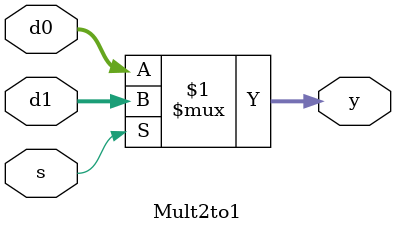
<source format=sv>
module Mult2to1 #(parameter WIDTH = 64)
(input logic [WIDTH-1:0] d0, d1,
input logic s,
output logic [WIDTH-1:0] y);

assign y = s ? d1 : d0;
endmodule
</source>
